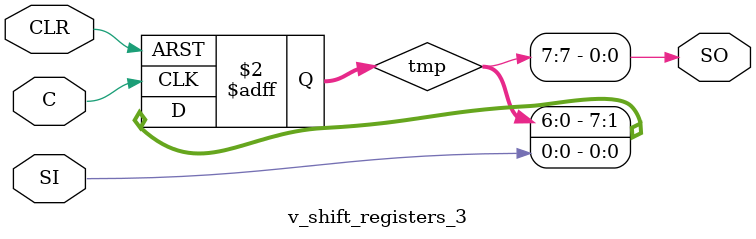
<source format=v>
module v_shift_registers_3 (C, CLR, SI, SO);

    parameter  WIDTH = 8;
    input   C,SI,CLR;
    output  SO;
    reg     [WIDTH-1:0] tmp;

    always @(posedge C or posedge CLR)
    begin
        if (CLR)
            tmp <= {WIDTH{1'b0}};
        else
            tmp <= {tmp[WIDTH-2:0], SI};
    end

    assign SO = tmp[WIDTH-1];

endmodule

</source>
